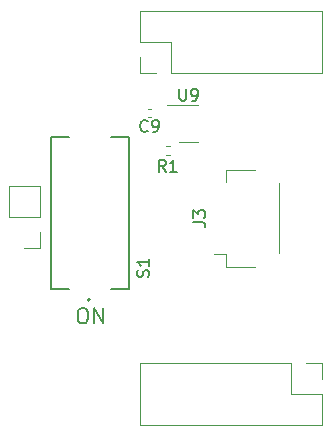
<source format=gbr>
%TF.GenerationSoftware,KiCad,Pcbnew,7.0.5*%
%TF.CreationDate,2024-01-24T02:21:01-05:00*%
%TF.ProjectId,LORA_ADAPTER,4c4f5241-5f41-4444-9150-5445522e6b69,rev?*%
%TF.SameCoordinates,Original*%
%TF.FileFunction,Legend,Top*%
%TF.FilePolarity,Positive*%
%FSLAX46Y46*%
G04 Gerber Fmt 4.6, Leading zero omitted, Abs format (unit mm)*
G04 Created by KiCad (PCBNEW 7.0.5) date 2024-01-24 02:21:01*
%MOMM*%
%LPD*%
G01*
G04 APERTURE LIST*
%ADD10C,0.203200*%
%ADD11C,0.150000*%
%ADD12C,0.120000*%
%ADD13C,0.127000*%
%ADD14C,0.200000*%
G04 APERTURE END LIST*
D10*
X137487969Y-107737630D02*
X137729874Y-107737630D01*
X137729874Y-107737630D02*
X137850826Y-107798106D01*
X137850826Y-107798106D02*
X137971779Y-107919058D01*
X137971779Y-107919058D02*
X138032255Y-108160963D01*
X138032255Y-108160963D02*
X138032255Y-108584296D01*
X138032255Y-108584296D02*
X137971779Y-108826201D01*
X137971779Y-108826201D02*
X137850826Y-108947154D01*
X137850826Y-108947154D02*
X137729874Y-109007630D01*
X137729874Y-109007630D02*
X137487969Y-109007630D01*
X137487969Y-109007630D02*
X137367017Y-108947154D01*
X137367017Y-108947154D02*
X137246064Y-108826201D01*
X137246064Y-108826201D02*
X137185588Y-108584296D01*
X137185588Y-108584296D02*
X137185588Y-108160963D01*
X137185588Y-108160963D02*
X137246064Y-107919058D01*
X137246064Y-107919058D02*
X137367017Y-107798106D01*
X137367017Y-107798106D02*
X137487969Y-107737630D01*
X138576540Y-109007630D02*
X138576540Y-107737630D01*
X138576540Y-107737630D02*
X139302255Y-109007630D01*
X139302255Y-109007630D02*
X139302255Y-107737630D01*
D11*
%TO.C,J3*%
X146984819Y-100437943D02*
X147699104Y-100437943D01*
X147699104Y-100437943D02*
X147841961Y-100485562D01*
X147841961Y-100485562D02*
X147937200Y-100580800D01*
X147937200Y-100580800D02*
X147984819Y-100723657D01*
X147984819Y-100723657D02*
X147984819Y-100818895D01*
X146984819Y-100056990D02*
X146984819Y-99437943D01*
X146984819Y-99437943D02*
X147365771Y-99771276D01*
X147365771Y-99771276D02*
X147365771Y-99628419D01*
X147365771Y-99628419D02*
X147413390Y-99533181D01*
X147413390Y-99533181D02*
X147461009Y-99485562D01*
X147461009Y-99485562D02*
X147556247Y-99437943D01*
X147556247Y-99437943D02*
X147794342Y-99437943D01*
X147794342Y-99437943D02*
X147889580Y-99485562D01*
X147889580Y-99485562D02*
X147937200Y-99533181D01*
X147937200Y-99533181D02*
X147984819Y-99628419D01*
X147984819Y-99628419D02*
X147984819Y-99914133D01*
X147984819Y-99914133D02*
X147937200Y-100009371D01*
X147937200Y-100009371D02*
X147889580Y-100056990D01*
%TO.C,U9*%
X145798095Y-89153440D02*
X145798095Y-89962963D01*
X145798095Y-89962963D02*
X145845714Y-90058201D01*
X145845714Y-90058201D02*
X145893333Y-90105821D01*
X145893333Y-90105821D02*
X145988571Y-90153440D01*
X145988571Y-90153440D02*
X146179047Y-90153440D01*
X146179047Y-90153440D02*
X146274285Y-90105821D01*
X146274285Y-90105821D02*
X146321904Y-90058201D01*
X146321904Y-90058201D02*
X146369523Y-89962963D01*
X146369523Y-89962963D02*
X146369523Y-89153440D01*
X146893333Y-90153440D02*
X147083809Y-90153440D01*
X147083809Y-90153440D02*
X147179047Y-90105821D01*
X147179047Y-90105821D02*
X147226666Y-90058201D01*
X147226666Y-90058201D02*
X147321904Y-89915344D01*
X147321904Y-89915344D02*
X147369523Y-89724868D01*
X147369523Y-89724868D02*
X147369523Y-89343916D01*
X147369523Y-89343916D02*
X147321904Y-89248678D01*
X147321904Y-89248678D02*
X147274285Y-89201059D01*
X147274285Y-89201059D02*
X147179047Y-89153440D01*
X147179047Y-89153440D02*
X146988571Y-89153440D01*
X146988571Y-89153440D02*
X146893333Y-89201059D01*
X146893333Y-89201059D02*
X146845714Y-89248678D01*
X146845714Y-89248678D02*
X146798095Y-89343916D01*
X146798095Y-89343916D02*
X146798095Y-89582011D01*
X146798095Y-89582011D02*
X146845714Y-89677249D01*
X146845714Y-89677249D02*
X146893333Y-89724868D01*
X146893333Y-89724868D02*
X146988571Y-89772487D01*
X146988571Y-89772487D02*
X147179047Y-89772487D01*
X147179047Y-89772487D02*
X147274285Y-89724868D01*
X147274285Y-89724868D02*
X147321904Y-89677249D01*
X147321904Y-89677249D02*
X147369523Y-89582011D01*
%TO.C,R1*%
X144618333Y-96178440D02*
X144285000Y-95702249D01*
X144046905Y-96178440D02*
X144046905Y-95178440D01*
X144046905Y-95178440D02*
X144427857Y-95178440D01*
X144427857Y-95178440D02*
X144523095Y-95226059D01*
X144523095Y-95226059D02*
X144570714Y-95273678D01*
X144570714Y-95273678D02*
X144618333Y-95368916D01*
X144618333Y-95368916D02*
X144618333Y-95511773D01*
X144618333Y-95511773D02*
X144570714Y-95607011D01*
X144570714Y-95607011D02*
X144523095Y-95654630D01*
X144523095Y-95654630D02*
X144427857Y-95702249D01*
X144427857Y-95702249D02*
X144046905Y-95702249D01*
X145570714Y-96178440D02*
X144999286Y-96178440D01*
X145285000Y-96178440D02*
X145285000Y-95178440D01*
X145285000Y-95178440D02*
X145189762Y-95321297D01*
X145189762Y-95321297D02*
X145094524Y-95416535D01*
X145094524Y-95416535D02*
X144999286Y-95464154D01*
%TO.C,S1*%
X143167200Y-105085525D02*
X143214819Y-104942668D01*
X143214819Y-104942668D02*
X143214819Y-104704573D01*
X143214819Y-104704573D02*
X143167200Y-104609335D01*
X143167200Y-104609335D02*
X143119580Y-104561716D01*
X143119580Y-104561716D02*
X143024342Y-104514097D01*
X143024342Y-104514097D02*
X142929104Y-104514097D01*
X142929104Y-104514097D02*
X142833866Y-104561716D01*
X142833866Y-104561716D02*
X142786247Y-104609335D01*
X142786247Y-104609335D02*
X142738628Y-104704573D01*
X142738628Y-104704573D02*
X142691009Y-104895049D01*
X142691009Y-104895049D02*
X142643390Y-104990287D01*
X142643390Y-104990287D02*
X142595771Y-105037906D01*
X142595771Y-105037906D02*
X142500533Y-105085525D01*
X142500533Y-105085525D02*
X142405295Y-105085525D01*
X142405295Y-105085525D02*
X142310057Y-105037906D01*
X142310057Y-105037906D02*
X142262438Y-104990287D01*
X142262438Y-104990287D02*
X142214819Y-104895049D01*
X142214819Y-104895049D02*
X142214819Y-104656954D01*
X142214819Y-104656954D02*
X142262438Y-104514097D01*
X143214819Y-103561716D02*
X143214819Y-104133144D01*
X143214819Y-103847430D02*
X142214819Y-103847430D01*
X142214819Y-103847430D02*
X142357676Y-103942668D01*
X142357676Y-103942668D02*
X142452914Y-104037906D01*
X142452914Y-104037906D02*
X142500533Y-104133144D01*
%TO.C,C9*%
X143093333Y-92718201D02*
X143045714Y-92765821D01*
X143045714Y-92765821D02*
X142902857Y-92813440D01*
X142902857Y-92813440D02*
X142807619Y-92813440D01*
X142807619Y-92813440D02*
X142664762Y-92765821D01*
X142664762Y-92765821D02*
X142569524Y-92670582D01*
X142569524Y-92670582D02*
X142521905Y-92575344D01*
X142521905Y-92575344D02*
X142474286Y-92384868D01*
X142474286Y-92384868D02*
X142474286Y-92242011D01*
X142474286Y-92242011D02*
X142521905Y-92051535D01*
X142521905Y-92051535D02*
X142569524Y-91956297D01*
X142569524Y-91956297D02*
X142664762Y-91861059D01*
X142664762Y-91861059D02*
X142807619Y-91813440D01*
X142807619Y-91813440D02*
X142902857Y-91813440D01*
X142902857Y-91813440D02*
X143045714Y-91861059D01*
X143045714Y-91861059D02*
X143093333Y-91908678D01*
X143569524Y-92813440D02*
X143760000Y-92813440D01*
X143760000Y-92813440D02*
X143855238Y-92765821D01*
X143855238Y-92765821D02*
X143902857Y-92718201D01*
X143902857Y-92718201D02*
X143998095Y-92575344D01*
X143998095Y-92575344D02*
X144045714Y-92384868D01*
X144045714Y-92384868D02*
X144045714Y-92003916D01*
X144045714Y-92003916D02*
X143998095Y-91908678D01*
X143998095Y-91908678D02*
X143950476Y-91861059D01*
X143950476Y-91861059D02*
X143855238Y-91813440D01*
X143855238Y-91813440D02*
X143664762Y-91813440D01*
X143664762Y-91813440D02*
X143569524Y-91861059D01*
X143569524Y-91861059D02*
X143521905Y-91908678D01*
X143521905Y-91908678D02*
X143474286Y-92003916D01*
X143474286Y-92003916D02*
X143474286Y-92242011D01*
X143474286Y-92242011D02*
X143521905Y-92337249D01*
X143521905Y-92337249D02*
X143569524Y-92384868D01*
X143569524Y-92384868D02*
X143664762Y-92432487D01*
X143664762Y-92432487D02*
X143855238Y-92432487D01*
X143855238Y-92432487D02*
X143950476Y-92384868D01*
X143950476Y-92384868D02*
X143998095Y-92337249D01*
X143998095Y-92337249D02*
X144045714Y-92242011D01*
D12*
%TO.C,J4*%
X133990000Y-101273621D02*
X133990000Y-102603621D01*
X133990000Y-97403621D02*
X131330000Y-97403621D01*
X133990000Y-100003621D02*
X133990000Y-97403621D01*
X133990000Y-100003621D02*
X131330000Y-100003621D01*
X133990000Y-102603621D02*
X132660000Y-102603621D01*
X131330000Y-100003621D02*
X131330000Y-97403621D01*
%TO.C,J3*%
X149725000Y-104214610D02*
X149725000Y-103164610D01*
X152225000Y-104214610D02*
X149725000Y-104214610D01*
X149725000Y-103164610D02*
X148735000Y-103164610D01*
X154195000Y-103044610D02*
X154195000Y-97164610D01*
X149725000Y-95994610D02*
X149725000Y-97044610D01*
X152225000Y-95994610D02*
X149725000Y-95994610D01*
%TO.C,U9*%
X146560000Y-90538621D02*
X144760000Y-90538621D01*
X146560000Y-90538621D02*
X147360000Y-90538621D01*
X146560000Y-93658621D02*
X145760000Y-93658621D01*
X146560000Y-93658621D02*
X147360000Y-93658621D01*
%TO.C,J1*%
X142480000Y-87795599D02*
X142480000Y-86465599D01*
X143810000Y-87795599D02*
X142480000Y-87795599D01*
X145080000Y-87795599D02*
X157840000Y-87795599D01*
X145080000Y-87795599D02*
X145080000Y-85195599D01*
X157840000Y-87795599D02*
X157840000Y-82595599D01*
X142480000Y-85195599D02*
X142480000Y-82595599D01*
X145080000Y-85195599D02*
X142480000Y-85195599D01*
X142480000Y-82595599D02*
X157840000Y-82595599D01*
%TO.C,R1*%
X145002621Y-94778621D02*
X144667379Y-94778621D01*
X145002621Y-94018621D02*
X144667379Y-94018621D01*
%TO.C,J2*%
X157840000Y-112413621D02*
X157840000Y-113743621D01*
X156510000Y-112413621D02*
X157840000Y-112413621D01*
X155240000Y-112413621D02*
X142480000Y-112413621D01*
X155240000Y-112413621D02*
X155240000Y-115013621D01*
X142480000Y-112413621D02*
X142480000Y-117613621D01*
X157840000Y-115013621D02*
X157840000Y-117613621D01*
X155240000Y-115013621D02*
X157840000Y-115013621D01*
X157840000Y-117613621D02*
X142480000Y-117613621D01*
D13*
%TO.C,S1*%
X134910000Y-106129610D02*
X134910000Y-93279610D01*
X136460000Y-106129610D02*
X134910000Y-106129610D01*
X141510000Y-106129610D02*
X139960000Y-106129610D01*
X134910000Y-93279610D02*
X136460000Y-93279610D01*
X139960000Y-93279610D02*
X141510000Y-93279610D01*
X141510000Y-93279610D02*
X141510000Y-106129610D01*
D14*
X138210000Y-107004610D02*
G75*
G03*
X138210000Y-107004610I-100000J0D01*
G01*
D12*
%TO.C,C9*%
X143375835Y-91558621D02*
X143144165Y-91558621D01*
X143375835Y-90838621D02*
X143144165Y-90838621D01*
%TD*%
M02*

</source>
